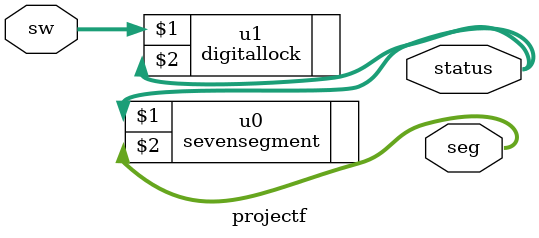
<source format=v>
module projectf(
input [4:0] sw,
output [1:0] status,
output [6:0] seg
);

sevensegment u0(status,seg);
digitallock u1(sw,status);
endmodule

</source>
